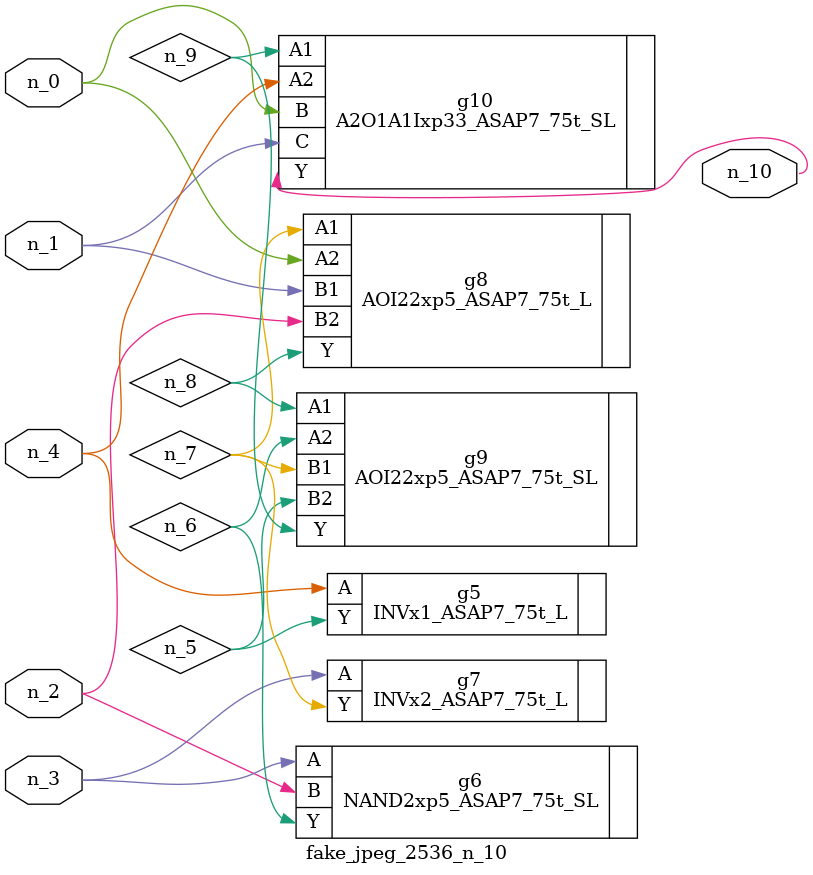
<source format=v>
module fake_jpeg_2536_n_10 (n_3, n_2, n_1, n_0, n_4, n_10);

input n_3;
input n_2;
input n_1;
input n_0;
input n_4;

output n_10;

wire n_8;
wire n_9;
wire n_6;
wire n_5;
wire n_7;

INVx1_ASAP7_75t_L g5 ( 
.A(n_4),
.Y(n_5)
);

NAND2xp5_ASAP7_75t_SL g6 ( 
.A(n_3),
.B(n_2),
.Y(n_6)
);

INVx2_ASAP7_75t_L g7 ( 
.A(n_3),
.Y(n_7)
);

AOI22xp5_ASAP7_75t_L g8 ( 
.A1(n_7),
.A2(n_0),
.B1(n_1),
.B2(n_2),
.Y(n_8)
);

AOI22xp5_ASAP7_75t_SL g9 ( 
.A1(n_8),
.A2(n_6),
.B1(n_7),
.B2(n_5),
.Y(n_9)
);

A2O1A1Ixp33_ASAP7_75t_SL g10 ( 
.A1(n_9),
.A2(n_4),
.B(n_0),
.C(n_1),
.Y(n_10)
);


endmodule
</source>
